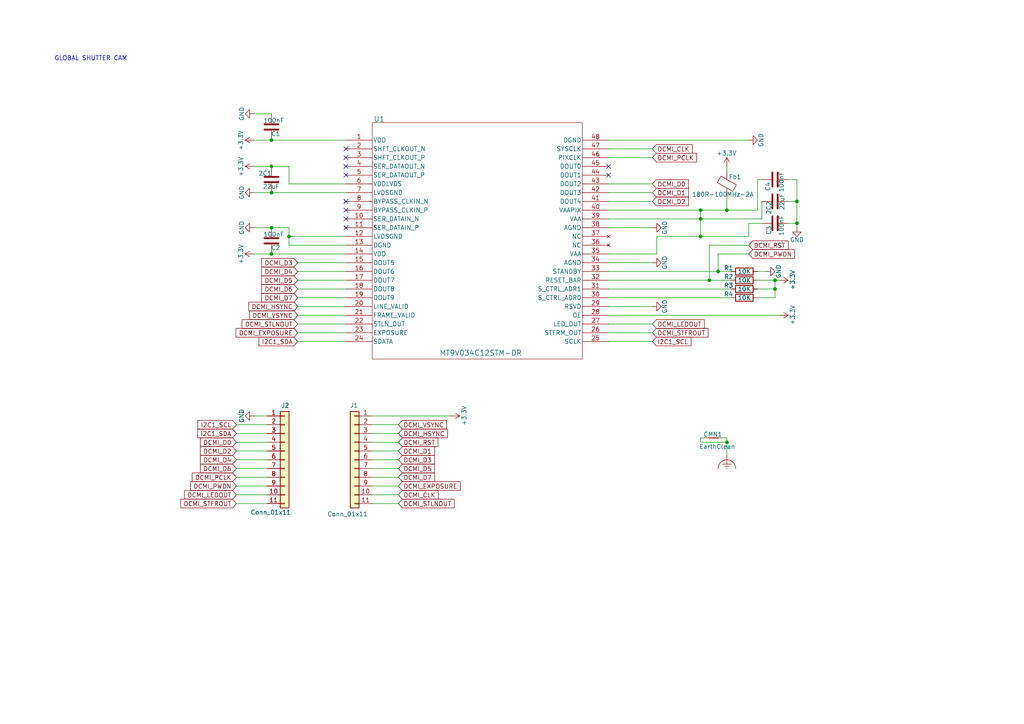
<source format=kicad_sch>
(kicad_sch (version 20231120) (generator "eeschema") (generator_version "8.0")
  (paper "A4")
  (lib_symbols
    (symbol "Connector_Generic:Conn_01x11" (pin_names (offset 1.016) hide)
      (property "Reference" "J" (at 0 15.24 0))
      (property "Value" "Conn_01x11" (at 0 -15.24 0))
      (symbol "Conn_01x11_1_1"
        (rectangle (start -1.27 -12.573) (end 0 -12.827) (stroke (width 0.1524)))
        (rectangle (start -1.27 -10.033) (end 0 -10.287) (stroke (width 0.1524)))
        (rectangle (start -1.27 -7.493) (end 0 -7.747) (stroke (width 0.1524)))
        (rectangle (start -1.27 -4.953) (end 0 -5.207) (stroke (width 0.1524)))
        (rectangle (start -1.27 -2.413) (end 0 -2.667) (stroke (width 0.1524)))
        (rectangle (start -1.27 0.127) (end 0 -0.127) (stroke (width 0.1524)))
        (rectangle (start -1.27 2.667) (end 0 2.413) (stroke (width 0.1524)))
        (rectangle (start -1.27 5.207) (end 0 4.953) (stroke (width 0.1524)))
        (rectangle (start -1.27 7.747) (end 0 7.493) (stroke (width 0.1524)))
        (rectangle (start -1.27 10.287) (end 0 10.033) (stroke (width 0.1524)))
        (rectangle (start -1.27 12.827) (end 0 12.573) (stroke (width 0.1524)))
        (rectangle (start -1.27 13.97) (end 1.27 -13.97) (stroke (width 0.254)) (fill (type background)))
        (pin passive line (at -5.08 12.7 0) (length 3.81) (name "Pin_1") (number "1"))
        (pin passive line (at -5.08 -10.16 0) (length 3.81) (name "Pin_10") (number "10"))
        (pin passive line (at -5.08 -12.7 0) (length 3.81) (name "Pin_11") (number "11"))
        (pin passive line (at -5.08 10.16 0) (length 3.81) (name "Pin_2") (number "2"))
        (pin passive line (at -5.08 7.62 0) (length 3.81) (name "Pin_3") (number "3"))
        (pin passive line (at -5.08 5.08 0) (length 3.81) (name "Pin_4") (number "4"))
        (pin passive line (at -5.08 2.54 0) (length 3.81) (name "Pin_5") (number "5"))
        (pin passive line (at -5.08 0 0) (length 3.81) (name "Pin_6") (number "6"))
        (pin passive line (at -5.08 -2.54 0) (length 3.81) (name "Pin_7") (number "7"))
        (pin passive line (at -5.08 -5.08 0) (length 3.81) (name "Pin_8") (number "8"))
        (pin passive line (at -5.08 -7.62 0) (length 3.81) (name "Pin_9") (number "9"))
      )
    )
    (symbol "Device:C" (pin_numbers hide) (pin_names (offset 0.254))
      (property "Reference" "C" (at 0.635 2.54 0))
      (property "Value" "C" (at 0.635 -2.54 0))
      (symbol "C_0_1"
        (polyline (pts (xy -2.032 -0.762) (xy 2.032 -0.762)) (stroke (width 0.508)))
        (polyline (pts (xy -2.032 0.762) (xy 2.032 0.762)) (stroke (width 0.508)))
      )
      (symbol "C_1_1"
        (pin passive line (at 0 3.81 270) (length 2.794) (name "~") (number "1"))
        (pin passive line (at 0 -3.81 90) (length 2.794) (name "~") (number "2"))
      )
    )
    (symbol "Device:FerriteBead" (pin_numbers hide) (pin_names (offset 0))
      (property "Reference" "FB" (at -3.81 0.635 90))
      (property "Value" "FerriteBead" (at 3.81 0 90))
      (symbol "FerriteBead_0_1"
        (polyline (pts (xy 0 -1.27) (xy 0 -1.2192)))
        (polyline (pts (xy 0 1.27) (xy 0 1.2954)))
        (polyline (pts (xy -2.7686 0.4064) (xy -1.7018 2.2606) (xy 2.7686 -0.3048) (xy 1.6764 -2.159) (xy -2.7686 0.4064)))
      )
      (symbol "FerriteBead_1_1"
        (pin passive line (at 0 3.81 270) (length 2.54) (name "~") (number "1"))
        (pin passive line (at 0 -3.81 90) (length 2.54) (name "~") (number "2"))
      )
    )
    (symbol "Device:NetTie_2" (pin_numbers hide) (pin_names (offset 0) hide) (in_bom no)
      (property "Reference" "NT" (at 0 1.27 0))
      (property "Value" "NetTie_2" (at 0 -1.27 0))
      (symbol "NetTie_2_0_1"
        (polyline (pts (xy -1.27 0) (xy 1.27 0)) (stroke (width 0.254)))
      )
      (symbol "NetTie_2_1_1"
        (pin passive line (at -2.54 0 0) (length 2.54) (name "1") (number "1"))
        (pin passive line (at 2.54 0 180) (length 2.54) (name "2") (number "2"))
      )
    )
    (symbol "Device:R" (pin_numbers hide) (pin_names (offset 0))
      (property "Reference" "R" (at 2.032 0 90))
      (property "Value" "R" (at 0 0 90))
      (symbol "R_0_1"
        (rectangle (start -1.016 -2.54) (end 1.016 2.54) (stroke (width 0.254)))
      )
      (symbol "R_1_1"
        (pin passive line (at 0 3.81 270) (length 1.27) (name "~") (number "1"))
        (pin passive line (at 0 -3.81 90) (length 1.27) (name "~") (number "2"))
      )
    )
    (symbol "MT9V034:MT9V034C12STM-DR" (pin_names (offset 0.254))
      (property "Reference" "U" (at 38.1 10.16 0))
      (property "Value" "MT9V034C12STM-DR" (at 38.1 7.62 0))
      (symbol "MT9V034C12STM-DR_0_1"
        (polyline (pts (xy 7.62 -63.5) (xy 68.58 -63.5)) (stroke (width 0.127)))
        (polyline (pts (xy 7.62 5.08) (xy 7.62 -63.5)) (stroke (width 0.127)))
        (polyline (pts (xy 68.58 -63.5) (xy 68.58 5.08)) (stroke (width 0.127)))
        (polyline (pts (xy 68.58 5.08) (xy 7.62 5.08)) (stroke (width 0.127)))
        (pin power_in line (at 0 0 0) (length 7.62) (name "VDD") (number "1"))
        (pin input line (at 0 -22.86 0) (length 7.62) (name "SER_DATAIN_N") (number "10"))
        (pin input line (at 0 -25.4 0) (length 7.62) (name "SER_DATAIN_P") (number "11"))
        (pin power_out line (at 0 -27.94 0) (length 7.62) (name "LVDSGND") (number "12"))
        (pin power_out line (at 0 -30.48 0) (length 7.62) (name "DGND") (number "13"))
        (pin power_in line (at 0 -33.02 0) (length 7.62) (name "VDD") (number "14"))
        (pin output line (at 0 -35.56 0) (length 7.62) (name "DOUT5") (number "15"))
        (pin output line (at 0 -38.1 0) (length 7.62) (name "DOUT6") (number "16"))
        (pin output line (at 0 -40.64 0) (length 7.62) (name "DOUT7") (number "17"))
        (pin output line (at 0 -43.18 0) (length 7.62) (name "DOUT8") (number "18"))
        (pin output line (at 0 -45.72 0) (length 7.62) (name "DOUT9") (number "19"))
        (pin output line (at 0 -2.54 0) (length 7.62) (name "SHFT_CLKOUT_N") (number "2"))
        (pin output line (at 0 -48.26 0) (length 7.62) (name "LINE_VALID") (number "20"))
        (pin output line (at 0 -50.8 0) (length 7.62) (name "FRAME_VALID") (number "21"))
        (pin bidirectional line (at 0 -53.34 0) (length 7.62) (name "STLN_OUT") (number "22"))
        (pin input line (at 0 -55.88 0) (length 7.62) (name "EXPOSURE") (number "23"))
        (pin bidirectional line (at 0 -58.42 0) (length 7.62) (name "SDATA") (number "24"))
        (pin input line (at 76.2 -58.42 180) (length 7.62) (name "SCLK") (number "25"))
        (pin bidirectional line (at 76.2 -55.88 180) (length 7.62) (name "STFRM_OUT") (number "26"))
        (pin output line (at 76.2 -53.34 180) (length 7.62) (name "LED_OUT") (number "27"))
        (pin input line (at 76.2 -50.8 180) (length 7.62) (name "OE") (number "28"))
        (pin input line (at 76.2 -48.26 180) (length 7.62) (name "RSVD") (number "29"))
        (pin output line (at 0 -5.08 0) (length 7.62) (name "SHFT_CLKOUT_P") (number "3"))
        (pin input line (at 76.2 -45.72 180) (length 7.62) (name "S_CTRL_ADR0") (number "30"))
        (pin input line (at 76.2 -43.18 180) (length 7.62) (name "S_CTRL_ADR1") (number "31"))
        (pin input line (at 76.2 -40.64 180) (length 7.62) (name "RESET_BAR") (number "32"))
        (pin input line (at 76.2 -38.1 180) (length 7.62) (name "STANDBY") (number "33"))
        (pin power_out line (at 76.2 -35.56 180) (length 7.62) (name "AGND") (number "34"))
        (pin power_in line (at 76.2 -33.02 180) (length 7.62) (name "VAA") (number "35"))
        (pin no_connect line (at 76.2 -30.48 180) (length 7.62) (name "NC") (number "36"))
        (pin no_connect line (at 76.2 -27.94 180) (length 7.62) (name "NC") (number "37"))
        (pin power_out line (at 76.2 -25.4 180) (length 7.62) (name "AGND") (number "38"))
        (pin power_in line (at 76.2 -22.86 180) (length 7.62) (name "VAA") (number "39"))
        (pin output line (at 0 -7.62 0) (length 7.62) (name "SER_DATAOUT_N") (number "4"))
        (pin power_in line (at 76.2 -20.32 180) (length 7.62) (name "VAAPIX") (number "40"))
        (pin output line (at 76.2 -17.78 180) (length 7.62) (name "DOUT4") (number "41"))
        (pin output line (at 76.2 -15.24 180) (length 7.62) (name "DOUT3") (number "42"))
        (pin output line (at 76.2 -12.7 180) (length 7.62) (name "DOUT2") (number "43"))
        (pin output line (at 76.2 -10.16 180) (length 7.62) (name "DOUT1") (number "44"))
        (pin output line (at 76.2 -7.62 180) (length 7.62) (name "DOUT0") (number "45"))
        (pin output line (at 76.2 -5.08 180) (length 7.62) (name "PIXCLK") (number "46"))
        (pin input line (at 76.2 -2.54 180) (length 7.62) (name "SYSCLK") (number "47"))
        (pin power_out line (at 76.2 0 180) (length 7.62) (name "DGND") (number "48"))
        (pin output line (at 0 -10.16 0) (length 7.62) (name "SER_DATAOUT_P") (number "5"))
        (pin power_in line (at 0 -12.7 0) (length 7.62) (name "VDDLVDS") (number "6"))
        (pin power_out line (at 0 -15.24 0) (length 7.62) (name "LVDSGND") (number "7"))
        (pin input line (at 0 -17.78 0) (length 7.62) (name "BYPASS_CLKIN_N") (number "8"))
        (pin input line (at 0 -20.32 0) (length 7.62) (name "BYPASS_CLKIN_P") (number "9"))
      )
    )
    (symbol "power:+3.3V" (power) (pin_numbers hide) (pin_names (offset 0) hide)
      (property "Value" "+3.3V" (at 0 3.556 0))
      (symbol "+3.3V_0_1"
        (polyline (pts (xy -0.762 1.27) (xy 0 2.54)))
        (polyline (pts (xy 0 0) (xy 0 2.54)))
        (polyline (pts (xy 0 2.54) (xy 0.762 1.27)))
      )
      (symbol "+3.3V_1_1"
        (pin power_in line (at 0 0 90) (length 0) (name "~") (number "1"))
      )
    )
    (symbol "power:Earth_Clean" (power) (pin_numbers hide) (pin_names (offset 0) hide)
      (symbol "Earth_Clean_0_1"
        (polyline (pts (xy -0.635 -3.175) (xy 0.635 -3.175)))
        (polyline (pts (xy -0.127 -3.81) (xy 0.127 -3.81)))
        (polyline (pts (xy 0 -2.54) (xy 0 0)))
        (polyline (pts (xy 1.27 -2.54) (xy -1.27 -2.54)))
        (arc (start 2.54 -3.81) (mid 0 -1.281) (end -2.54 -3.81))
      )
      (symbol "Earth_Clean_1_1"
        (pin power_in line (at 0 0 270) (length 0) hide (name "Earth_Clean") (number "1"))
      )
    )
    (symbol "power:GND" (power) (pin_numbers hide) (pin_names (offset 0) hide)
      (property "Value" "GND" (at 0 -3.81 0))
      (symbol "GND_0_1"
        (polyline (pts (xy 0 0) (xy 0 -1.27) (xy 1.27 -1.27) (xy 0 -2.54) (xy -1.27 -1.27) (xy 0 -1.27)))
      )
      (symbol "GND_1_1"
        (pin power_in line (at 0 0 270) (length 0) (name "~") (number "1"))
      )
    )
  )
  (junction (at 224.79 81.28))
  (junction (at 205.74 81.28))
  (junction (at 78.74 55.88))
  (junction (at 203.2 63.5))
  (junction (at 203.2 60.96))
  (junction (at 231.14 64.77))
  (junction (at 208.28 78.74))
  (junction (at 78.74 48.26))
  (junction (at 210.82 128.27))
  (junction (at 78.74 73.66))
  (junction (at 83.82 68.58))
  (junction (at 203.2 68.58))
  (junction (at 224.79 83.82))
  (junction (at 78.74 66.04))
  (junction (at 231.14 58.42))
  (junction (at 78.74 40.64))
  (junction (at 210.82 60.96))
  (no_connect (at 100.33 58.42))
  (no_connect (at 100.33 66.04))
  (no_connect (at 176.53 50.8))
  (no_connect (at 100.33 50.8))
  (no_connect (at 100.33 63.5))
  (no_connect (at 100.33 43.18))
  (no_connect (at 100.33 60.96))
  (no_connect (at 100.33 45.72))
  (no_connect (at 176.53 48.26))
  (no_connect (at 100.33 48.26))
  (wire (pts (xy 220.98 64.77) (xy 217.17 64.77)))
  (wire (pts (xy 189.23 93.98) (xy 176.53 93.98)))
  (wire (pts (xy 100.33 40.64) (xy 78.74 40.64)))
  (wire (pts (xy 176.53 60.96) (xy 203.2 60.96)))
  (wire (pts (xy 73.66 55.88) (xy 78.74 55.88)))
  (wire (pts (xy 212.09 86.36) (xy 176.53 86.36)))
  (wire (pts (xy 115.57 135.89) (xy 107.95 135.89)))
  (wire (pts (xy 68.58 123.19) (xy 77.47 123.19)))
  (wire (pts (xy 68.58 130.81) (xy 77.47 130.81)))
  (wire (pts (xy 210.82 127) (xy 209.55 127)))
  (wire (pts (xy 68.58 138.43) (xy 77.47 138.43)))
  (wire (pts (xy 176.53 78.74) (xy 208.28 78.74)))
  (wire (pts (xy 203.2 128.27) (xy 210.82 128.27)))
  (wire (pts (xy 115.57 138.43) (xy 107.95 138.43)))
  (wire (pts (xy 217.17 71.12) (xy 205.74 71.12)))
  (wire (pts (xy 212.09 81.28) (xy 205.74 81.28)))
  (wire (pts (xy 189.23 55.88) (xy 176.53 55.88)))
  (wire (pts (xy 219.71 83.82) (xy 224.79 83.82)))
  (wire (pts (xy 189.23 88.9) (xy 176.53 88.9)))
  (wire (pts (xy 78.74 73.66) (xy 100.33 73.66)))
  (wire (pts (xy 219.71 86.36) (xy 224.79 86.36)))
  (wire (pts (xy 68.58 125.73) (xy 77.47 125.73)))
  (wire (pts (xy 100.33 53.34) (xy 83.82 53.34)))
  (wire (pts (xy 219.71 52.07) (xy 219.71 60.96)))
  (wire (pts (xy 176.53 73.66) (xy 190.5 73.66)))
  (wire (pts (xy 83.82 71.12) (xy 83.82 68.58)))
  (wire (pts (xy 68.58 140.97) (xy 77.47 140.97)))
  (wire (pts (xy 115.57 146.05) (xy 107.95 146.05)))
  (wire (pts (xy 86.36 93.98) (xy 100.33 93.98)))
  (wire (pts (xy 86.36 91.44) (xy 100.33 91.44)))
  (wire (pts (xy 224.79 81.28) (xy 219.71 81.28)))
  (wire (pts (xy 190.5 73.66) (xy 190.5 68.58)))
  (wire (pts (xy 228.6 52.07) (xy 231.14 52.07)))
  (wire (pts (xy 228.6 64.77) (xy 231.14 64.77)))
  (wire (pts (xy 86.36 96.52) (xy 100.33 96.52)))
  (wire (pts (xy 203.2 68.58) (xy 203.2 63.5)))
  (wire (pts (xy 78.74 66.04) (xy 83.82 66.04)))
  (wire (pts (xy 86.36 81.28) (xy 100.33 81.28)))
  (wire (pts (xy 205.74 71.12) (xy 205.74 81.28)))
  (wire (pts (xy 115.57 140.97) (xy 107.95 140.97)))
  (wire (pts (xy 83.82 48.26) (xy 78.74 48.26)))
  (wire (pts (xy 115.57 130.81) (xy 107.95 130.81)))
  (wire (pts (xy 210.82 60.96) (xy 219.71 60.96)))
  (wire (pts (xy 73.66 73.66) (xy 78.74 73.66)))
  (wire (pts (xy 68.58 135.89) (xy 77.47 135.89)))
  (wire (pts (xy 189.23 96.52) (xy 176.53 96.52)))
  (wire (pts (xy 231.14 52.07) (xy 231.14 58.42)))
  (wire (pts (xy 189.23 76.2) (xy 176.53 76.2)))
  (wire (pts (xy 83.82 53.34) (xy 83.82 48.26)))
  (wire (pts (xy 222.25 78.74) (xy 219.71 78.74)))
  (wire (pts (xy 205.74 81.28) (xy 176.53 81.28)))
  (wire (pts (xy 68.58 133.35) (xy 77.47 133.35)))
  (wire (pts (xy 212.09 83.82) (xy 176.53 83.82)))
  (wire (pts (xy 224.79 86.36) (xy 224.79 83.82)))
  (wire (pts (xy 115.57 128.27) (xy 107.95 128.27)))
  (wire (pts (xy 115.57 125.73) (xy 107.95 125.73)))
  (wire (pts (xy 210.82 57.15) (xy 210.82 60.96)))
  (wire (pts (xy 73.66 66.04) (xy 78.74 66.04)))
  (wire (pts (xy 68.58 128.27) (xy 77.47 128.27)))
  (wire (pts (xy 208.28 78.74) (xy 212.09 78.74)))
  (wire (pts (xy 78.74 33.02) (xy 73.66 33.02)))
  (wire (pts (xy 130.81 120.65) (xy 107.95 120.65)))
  (wire (pts (xy 189.23 45.72) (xy 176.53 45.72)))
  (wire (pts (xy 226.06 81.28) (xy 224.79 81.28)))
  (wire (pts (xy 210.82 128.27) (xy 210.82 132.08)))
  (wire (pts (xy 68.58 143.51) (xy 77.47 143.51)))
  (wire (pts (xy 73.66 120.65) (xy 77.47 120.65)))
  (wire (pts (xy 83.82 68.58) (xy 100.33 68.58)))
  (wire (pts (xy 189.23 66.04) (xy 176.53 66.04)))
  (wire (pts (xy 210.82 127) (xy 210.82 128.27)))
  (wire (pts (xy 73.66 48.26) (xy 78.74 48.26)))
  (wire (pts (xy 231.14 66.04) (xy 231.14 64.77)))
  (wire (pts (xy 224.79 83.82) (xy 224.79 81.28)))
  (wire (pts (xy 86.36 78.74) (xy 100.33 78.74)))
  (wire (pts (xy 115.57 123.19) (xy 107.95 123.19)))
  (wire (pts (xy 220.98 58.42) (xy 220.98 63.5)))
  (wire (pts (xy 189.23 43.18) (xy 176.53 43.18)))
  (wire (pts (xy 115.57 143.51) (xy 107.95 143.51)))
  (wire (pts (xy 203.2 63.5) (xy 220.98 63.5)))
  (wire (pts (xy 226.06 91.44) (xy 176.53 91.44)))
  (wire (pts (xy 220.98 52.07) (xy 219.71 52.07)))
  (wire (pts (xy 86.36 83.82) (xy 100.33 83.82)))
  (wire (pts (xy 210.82 49.53) (xy 210.82 48.26)))
  (wire (pts (xy 176.53 63.5) (xy 203.2 63.5)))
  (wire (pts (xy 86.36 88.9) (xy 100.33 88.9)))
  (wire (pts (xy 231.14 58.42) (xy 231.14 64.77)))
  (wire (pts (xy 189.23 53.34) (xy 176.53 53.34)))
  (wire (pts (xy 217.17 68.58) (xy 203.2 68.58)))
  (wire (pts (xy 83.82 66.04) (xy 83.82 68.58)))
  (wire (pts (xy 86.36 86.36) (xy 100.33 86.36)))
  (wire (pts (xy 86.36 99.06) (xy 100.33 99.06)))
  (wire (pts (xy 203.2 63.5) (xy 203.2 60.96)))
  (wire (pts (xy 68.58 146.05) (xy 77.47 146.05)))
  (wire (pts (xy 217.17 40.64) (xy 176.53 40.64)))
  (wire (pts (xy 217.17 64.77) (xy 217.17 68.58)))
  (wire (pts (xy 228.6 58.42) (xy 231.14 58.42)))
  (wire (pts (xy 189.23 99.06) (xy 176.53 99.06)))
  (wire (pts (xy 100.33 71.12) (xy 83.82 71.12)))
  (wire (pts (xy 86.36 76.2) (xy 100.33 76.2)))
  (wire (pts (xy 208.28 73.66) (xy 208.28 78.74)))
  (wire (pts (xy 190.5 68.58) (xy 203.2 68.58)))
  (wire (pts (xy 78.74 40.64) (xy 73.66 40.64)))
  (wire (pts (xy 203.2 60.96) (xy 210.82 60.96)))
  (wire (pts (xy 189.23 58.42) (xy 176.53 58.42)))
  (wire (pts (xy 115.57 133.35) (xy 107.95 133.35)))
  (wire (pts (xy 78.74 55.88) (xy 100.33 55.88)))
  (wire (pts (xy 217.17 73.66) (xy 208.28 73.66)))
  (wire (pts (xy 203.2 128.27) (xy 203.2 127)))
  (wire (pts (xy 203.2 127) (xy 204.47 127)))
  (text "GLOBAL SHUTTER CAM" (at 15.748 17.78 0) (effects (font (size 1.27 1.27)) (justify left bottom)))
  (global_label "DCMI_PWDN" (shape input) (at 68.58 140.97 180) (property "Intersheetrefs" "${INTERSHEET_REFS}" (effects (hide yes))))
  (global_label "DCMI_PCLK" (shape input) (at 189.23 45.72 0) (property "Intersheetrefs" "${INTERSHEET_REFS}" (effects (hide yes))))
  (global_label "DCMI_D3" (shape input) (at 115.57 133.35 0) (property "Intersheetrefs" "${INTERSHEET_REFS}" (effects (hide yes))))
  (global_label "DCMI_D2" (shape input) (at 189.23 58.42 0) (property "Intersheetrefs" "${INTERSHEET_REFS}" (effects (hide yes))))
  (global_label "DCMI_D5" (shape input) (at 115.57 135.89 0) (property "Intersheetrefs" "${INTERSHEET_REFS}" (effects (hide yes))))
  (global_label "DCMI_PWDN" (shape input) (at 217.17 73.66 0) (property "Intersheetrefs" "${INTERSHEET_REFS}" (effects (hide yes))))
  (global_label "DCMI_D6" (shape input) (at 68.58 135.89 180) (property "Intersheetrefs" "${INTERSHEET_REFS}" (effects (hide yes))))
  (global_label "I2C1_SDA" (shape input) (at 86.36 99.06 180) (property "Intersheetrefs" "${INTERSHEET_REFS}" (effects (hide yes))))
  (global_label "I2C1_SDA" (shape input) (at 68.58 125.73 180) (property "Intersheetrefs" "${INTERSHEET_REFS}" (effects (hide yes))))
  (global_label "DCMI_D2" (shape input) (at 68.58 130.81 180) (property "Intersheetrefs" "${INTERSHEET_REFS}" (effects (hide yes))))
  (global_label "DCMI_D1" (shape input) (at 115.57 130.81 0) (property "Intersheetrefs" "${INTERSHEET_REFS}" (effects (hide yes))))
  (global_label "DCMI_STLNOUT" (shape input) (at 115.57 146.05 0) (property "Intersheetrefs" "${INTERSHEET_REFS}" (effects (hide yes))))
  (global_label "DCMI_D7" (shape input) (at 115.57 138.43 0) (property "Intersheetrefs" "${INTERSHEET_REFS}" (effects (hide yes))))
  (global_label "DCMI_CLK" (shape input) (at 189.23 43.18 0) (property "Intersheetrefs" "${INTERSHEET_REFS}" (effects (hide yes))))
  (global_label "DCMI_D4" (shape input) (at 68.58 133.35 180) (property "Intersheetrefs" "${INTERSHEET_REFS}" (effects (hide yes))))
  (global_label "DCMI_STLNOUT" (shape input) (at 86.36 93.98 180) (property "Intersheetrefs" "${INTERSHEET_REFS}" (effects (hide yes))))
  (global_label "DCMI_LEDOUT" (shape input) (at 68.58 143.51 180) (property "Intersheetrefs" "${INTERSHEET_REFS}" (effects (hide yes))))
  (global_label "DCMI_STFROUT" (shape input) (at 68.58 146.05 180) (property "Intersheetrefs" "${INTERSHEET_REFS}" (effects (hide yes))))
  (global_label "DCMI_VSYNC" (shape input) (at 86.36 91.44 180) (property "Intersheetrefs" "${INTERSHEET_REFS}" (effects (hide yes))))
  (global_label "DCMI_STFROUT" (shape input) (at 189.23 96.52 0) (property "Intersheetrefs" "${INTERSHEET_REFS}" (effects (hide yes))))
  (global_label "DCMI_VSYNC" (shape input) (at 115.57 123.19 0) (property "Intersheetrefs" "${INTERSHEET_REFS}" (effects (hide yes))))
  (global_label "DCMI_LEDOUT" (shape input) (at 189.23 93.98 0) (property "Intersheetrefs" "${INTERSHEET_REFS}" (effects (hide yes))))
  (global_label "DCMI_HSYNC" (shape input) (at 86.36 88.9 180) (property "Intersheetrefs" "${INTERSHEET_REFS}" (effects (hide yes))))
  (global_label "DCMI_D3" (shape input) (at 86.36 76.2 180) (property "Intersheetrefs" "${INTERSHEET_REFS}" (effects (hide yes))))
  (global_label "DCMI_D4" (shape input) (at 86.36 78.74 180) (property "Intersheetrefs" "${INTERSHEET_REFS}" (effects (hide yes))))
  (global_label "DCMI_D6" (shape input) (at 86.36 83.82 180) (property "Intersheetrefs" "${INTERSHEET_REFS}" (effects (hide yes))))
  (global_label "DCMI_PCLK" (shape input) (at 68.58 138.43 180) (property "Intersheetrefs" "${INTERSHEET_REFS}" (effects (hide yes))))
  (global_label "DCMI_D5" (shape input) (at 86.36 81.28 180) (property "Intersheetrefs" "${INTERSHEET_REFS}" (effects (hide yes))))
  (global_label "I2C1_SCL" (shape input) (at 68.58 123.19 180) (property "Intersheetrefs" "${INTERSHEET_REFS}" (effects (hide yes))))
  (global_label "DCMI_D1" (shape input) (at 189.23 55.88 0) (property "Intersheetrefs" "${INTERSHEET_REFS}" (effects (hide yes))))
  (global_label "DCMI_RST" (shape input) (at 217.17 71.12 0) (property "Intersheetrefs" "${INTERSHEET_REFS}" (effects (hide yes))))
  (global_label "I2C1_SCL" (shape input) (at 189.23 99.06 0) (property "Intersheetrefs" "${INTERSHEET_REFS}" (effects (hide yes))))
  (global_label "DCMI_RST" (shape input) (at 115.57 128.27 0) (property "Intersheetrefs" "${INTERSHEET_REFS}" (effects (hide yes))))
  (global_label "DCMI_D0" (shape input) (at 189.23 53.34 0) (property "Intersheetrefs" "${INTERSHEET_REFS}" (effects (hide yes))))
  (global_label "DCMI_EXPOSURE" (shape input) (at 115.57 140.97 0) (property "Intersheetrefs" "${INTERSHEET_REFS}" (effects (hide yes))))
  (global_label "DCMI_HSYNC" (shape input) (at 115.57 125.73 0) (property "Intersheetrefs" "${INTERSHEET_REFS}" (effects (hide yes))))
  (global_label "DCMI_CLK" (shape input) (at 115.57 143.51 0) (property "Intersheetrefs" "${INTERSHEET_REFS}" (effects (hide yes))))
  (global_label "DCMI_D7" (shape input) (at 86.36 86.36 180) (property "Intersheetrefs" "${INTERSHEET_REFS}" (effects (hide yes))))
  (global_label "DCMI_D0" (shape input) (at 68.58 128.27 180) (property "Intersheetrefs" "${INTERSHEET_REFS}" (effects (hide yes))))
  (global_label "DCMI_EXPOSURE" (shape input) (at 86.36 96.52 180) (property "Intersheetrefs" "${INTERSHEET_REFS}" (effects (hide yes))))
  (symbol (lib_id "power:+3.3V") (at 226.06 91.44 270) (unit 1)
    (property "Reference" "#PWR048" (effects (hide yes)))
    (property "Value" "+3.3V" (at 229.87 88.392 0) (effects (justify left)))
    (property "Description" "Power symbol creates a global label with name \"+3.3V\"" (effects (hide yes)))
  )
  (symbol (lib_id "Device:R") (at 215.9 78.74 90) (unit 1)
    (property "Reference" "R1" (at 211.328 77.724 90))
    (property "Value" "10K" (at 215.9 78.74 90))
    (property "Footprint" "Resistor_SMD:R_0603_1608Metric" (effects (hide yes)))
    (property "Description" "Resistor" (effects (hide yes)))
  )
  (symbol (lib_id "power:+3.3V") (at 226.06 81.28 270) (unit 1)
    (property "Reference" "#PWR047" (effects (hide yes)))
    (property "Value" "+3.3V" (at 229.87 78.232 0) (effects (justify left)))
    (property "Description" "Power symbol creates a global label with name \"+3.3V\"" (effects (hide yes)))
  )
  (symbol (lib_id "power:GND") (at 73.66 120.65 270) (unit 1)
    (property "Reference" "#PWR01" (effects (hide yes)))
    (property "Value" "GND" (at 70.104 120.65 0))
    (property "Description" "Power symbol creates a global label with name \"GND\" , ground" (effects (hide yes)))
  )
  (symbol (lib_id "Connector_Generic:Conn_01x11") (at 102.87 133.35 0) (mirror y) (unit 1)
    (property "Reference" "J1" (at 103.886 117.602 0) (effects (justify left)))
    (property "Value" "Conn_01x11" (at 106.68 149.098 0) (effects (justify left)))
    (property "Footprint" "Connector_PinHeader_2.54mm:PinHeader_1x11_P2.54mm_Vertical" (effects (hide yes)))
    (property "Description" "Generic connector, single row, 01x11, script generated (kicad-library-utils/schlib/autogen/connector/)" (effects (hide yes)))
  )
  (symbol (lib_id "power:GND") (at 189.23 88.9 90) (unit 1)
    (property "Reference" "#PWR056" (effects (hide yes)))
    (property "Value" "GND" (at 192.786 88.9 0))
    (property "Description" "Power symbol creates a global label with name \"GND\" , ground" (effects (hide yes)))
  )
  (symbol (lib_id "power:+3.3V") (at 210.82 48.26 0) (unit 1)
    (property "Reference" "#PWR058" (effects (hide yes)))
    (property "Value" "+3.3V" (at 207.772 44.45 0) (effects (justify left)))
    (property "Description" "Power symbol creates a global label with name \"+3.3V\"" (effects (hide yes)))
  )
  (symbol (lib_id "Device:C") (at 224.79 58.42 90) (unit 1)
    (property "Reference" "2C2" (at 223.012 62.23 0) (effects (justify left)))
    (property "Value" "22uF" (at 226.822 60.96 0) (effects (justify left)))
    (property "Footprint" "Capacitor_SMD:C_0603_1608Metric" (effects (hide yes)))
    (property "Description" "Unpolarized capacitor" (effects (hide yes)))
  )
  (symbol (lib_id "power:+3.3V") (at 73.66 40.64 90) (unit 1)
    (property "Reference" "#PWR050" (effects (hide yes)))
    (property "Value" "+3.3V" (at 69.85 43.688 0) (effects (justify left)))
    (property "Description" "Power symbol creates a global label with name \"+3.3V\"" (effects (hide yes)))
  )
  (symbol (lib_id "power:+3.3V") (at 130.81 120.65 270) (unit 1)
    (property "Reference" "#PWR02" (effects (hide yes)))
    (property "Value" "+3.3V" (at 134.62 117.602 0) (effects (justify left)))
    (property "Description" "Power symbol creates a global label with name \"+3.3V\"" (effects (hide yes)))
  )
  (symbol (lib_id "Device:C") (at 78.74 52.07 0) (unit 1)
    (property "Reference" "2C1" (at 74.93 50.292 0) (effects (justify left)))
    (property "Value" "22uF" (at 76.2 54.102 0) (effects (justify left)))
    (property "Footprint" "Capacitor_SMD:C_0603_1608Metric" (effects (hide yes)))
    (property "Description" "Unpolarized capacitor" (effects (hide yes)))
  )
  (symbol (lib_id "Device:C") (at 224.79 64.77 90) (unit 1)
    (property "Reference" "C3" (at 223.012 66.802 0))
    (property "Value" "100nF" (at 226.651 65.4338 0))
    (property "Footprint" "Capacitor_SMD:C_0603_1608Metric" (effects (hide yes)))
  )
  (symbol (lib_id "Device:R") (at 215.9 86.36 90) (unit 1)
    (property "Reference" "R4" (at 211.328 85.344 90))
    (property "Value" "10K" (at 215.9 86.36 90))
    (property "Footprint" "Resistor_SMD:R_0603_1608Metric" (effects (hide yes)))
    (property "Description" "Resistor" (effects (hide yes)))
  )
  (symbol (lib_id "power:GND") (at 73.66 55.88 270) (unit 1)
    (property "Reference" "#PWR054" (effects (hide yes)))
    (property "Value" "GND" (at 70.104 55.88 0))
    (property "Description" "Power symbol creates a global label with name \"GND\" , ground" (effects (hide yes)))
  )
  (symbol (lib_id "power:GND") (at 189.23 66.04 90) (unit 1)
    (property "Reference" "#PWR061" (effects (hide yes)))
    (property "Value" "GND" (at 192.786 66.04 0))
    (property "Description" "Power symbol creates a global label with name \"GND\" , ground" (effects (hide yes)))
  )
  (symbol (lib_id "power:+3.3V") (at 73.66 48.26 90) (unit 1)
    (property "Reference" "#PWR052" (effects (hide yes)))
    (property "Value" "+3.3V" (at 69.85 51.308 0) (effects (justify left)))
    (property "Description" "Power symbol creates a global label with name \"+3.3V\"" (effects (hide yes)))
  )
  (symbol (lib_id "Device:NetTie_2") (at 207.01 127 0) (unit 1) (in_bom no)
    (property "Reference" "CMN1" (at 206.756 125.984 0))
    (property "Value" "EarthClean" (at 208.026 129.54 0))
    (property "Footprint" "NetTie:NetTie-2_SMD_Pad0.5mm" (effects (hide yes)))
  )
  (symbol (lib_id "Device:C") (at 78.74 69.85 180) (unit 1)
    (property "Reference" "C2" (at 79.971 71.8311 0))
    (property "Value" "100nF" (at 79.4038 67.989 0))
    (property "Footprint" "Capacitor_SMD:C_0603_1608Metric" (effects (hide yes)))
  )
  (symbol (lib_id "Device:R") (at 215.9 81.28 90) (unit 1)
    (property "Reference" "R2" (at 211.328 80.264 90))
    (property "Value" "10K" (at 215.9 81.28 90))
    (property "Footprint" "Resistor_SMD:R_0603_1608Metric" (effects (hide yes)))
    (property "Description" "Resistor" (effects (hide yes)))
  )
  (symbol (lib_id "MT9V034:MT9V034C12STM-DR") (at 100.33 40.64 0) (unit 1)
    (property "Reference" "U1" (at 109.982 34.544 0) (effects (font (size 1.524 1.524))))
    (property "Value" "MT9V034C12STM-DR" (at 139.446 102.362 0) (effects (font (size 1.524 1.524))))
    (property "Footprint" "MT9V034:CLCC48_11p43x11p43_848AN_OSI" (effects (hide yes)))
    (property "Datasheet" "MT9V034C12STM-DR" (effects (hide yes)))
  )
  (symbol (lib_id "power:GND") (at 231.14 66.04 0) (unit 1)
    (property "Reference" "#PWR059" (effects (hide yes)))
    (property "Value" "GND" (at 231.14 69.596 0))
    (property "Description" "Power symbol creates a global label with name \"GND\" , ground" (effects (hide yes)))
  )
  (symbol (lib_id "power:GND") (at 222.25 78.74 90) (unit 1)
    (property "Reference" "#PWR046" (effects (hide yes)))
    (property "Value" "GND" (at 225.806 78.74 0))
    (property "Description" "Power symbol creates a global label with name \"GND\" , ground" (effects (hide yes)))
  )
  (symbol (lib_id "power:GND") (at 189.23 76.2 90) (unit 1)
    (property "Reference" "#PWR057" (effects (hide yes)))
    (property "Value" "GND" (at 192.786 76.2 0))
    (property "Description" "Power symbol creates a global label with name \"GND\" , ground" (effects (hide yes)))
  )
  (symbol (lib_id "power:GND") (at 73.66 33.02 270) (unit 1)
    (property "Reference" "#PWR053" (effects (hide yes)))
    (property "Value" "GND" (at 70.104 33.02 0))
    (property "Description" "Power symbol creates a global label with name \"GND\" , ground" (effects (hide yes)))
  )
  (symbol (lib_id "Device:FerriteBead") (at 210.82 53.34 0) (unit 1)
    (property "Reference" "Fb1" (at 211.328 51.308 0) (effects (justify left)))
    (property "Value" "180R-100MHz-2A" (at 200.66 56.388 0) (effects (justify left)))
    (property "Footprint" "Inductor_SMD:L_0805_2012Metric" (effects (hide yes)))
    (property "Description" "Ferrite bead" (effects (hide yes)))
  )
  (symbol (lib_id "Device:R") (at 215.9 83.82 90) (unit 1)
    (property "Reference" "R3" (at 211.328 82.804 90))
    (property "Value" "10K" (at 215.9 83.82 90))
    (property "Footprint" "Resistor_SMD:R_0603_1608Metric" (effects (hide yes)))
    (property "Description" "Resistor" (effects (hide yes)))
  )
  (symbol (lib_id "power:GND") (at 217.17 40.64 90) (unit 1)
    (property "Reference" "#PWR060" (effects (hide yes)))
    (property "Value" "GND" (at 220.726 40.64 0))
    (property "Description" "Power symbol creates a global label with name \"GND\" , ground" (effects (hide yes)))
  )
  (symbol (lib_id "power:Earth_Clean") (at 210.82 132.08 0) (unit 1)
    (property "Reference" "#PWR03" (effects (hide yes)))
    (property "Value" "Earth_Clean" (effects (hide yes)))
  )
  (symbol (lib_id "power:+3.3V") (at 73.66 73.66 90) (unit 1)
    (property "Reference" "#PWR051" (effects (hide yes)))
    (property "Value" "+3.3V" (at 69.85 76.708 0) (effects (justify left)))
    (property "Description" "Power symbol creates a global label with name \"+3.3V\"" (effects (hide yes)))
  )
  (symbol (lib_id "Device:C") (at 224.79 52.07 90) (unit 1)
    (property "Reference" "C4" (at 222.758 54.102 0))
    (property "Value" "100nF" (at 226.651 52.7338 0))
    (property "Footprint" "Capacitor_SMD:C_0603_1608Metric" (effects (hide yes)))
  )
  (symbol (lib_id "Connector_Generic:Conn_01x11") (at 82.55 133.35 0) (unit 1)
    (property "Reference" "J2" (at 81.534 117.602 0) (effects (justify left)))
    (property "Value" "Conn_01x11" (at 72.644 148.59 0) (effects (justify left)))
    (property "Footprint" "Connector_PinHeader_2.54mm:PinHeader_1x11_P2.54mm_Vertical" (effects (hide yes)))
    (property "Description" "Generic connector, single row, 01x11, script generated (kicad-library-utils/schlib/autogen/connector/)" (effects (hide yes)))
  )
  (symbol (lib_id "power:GND") (at 73.66 66.04 270) (unit 1)
    (property "Reference" "#PWR055" (effects (hide yes)))
    (property "Value" "GND" (at 70.104 66.04 0))
    (property "Description" "Power symbol creates a global label with name \"GND\" , ground" (effects (hide yes)))
  )
  (symbol (lib_id "Device:C") (at 78.74 36.83 180) (unit 1)
    (property "Reference" "C1" (at 79.971 38.8111 0))
    (property "Value" "100nF" (at 79.4038 34.969 0))
    (property "Footprint" "Capacitor_SMD:C_0603_1608Metric" (effects (hide yes)))
  )
)
</source>
